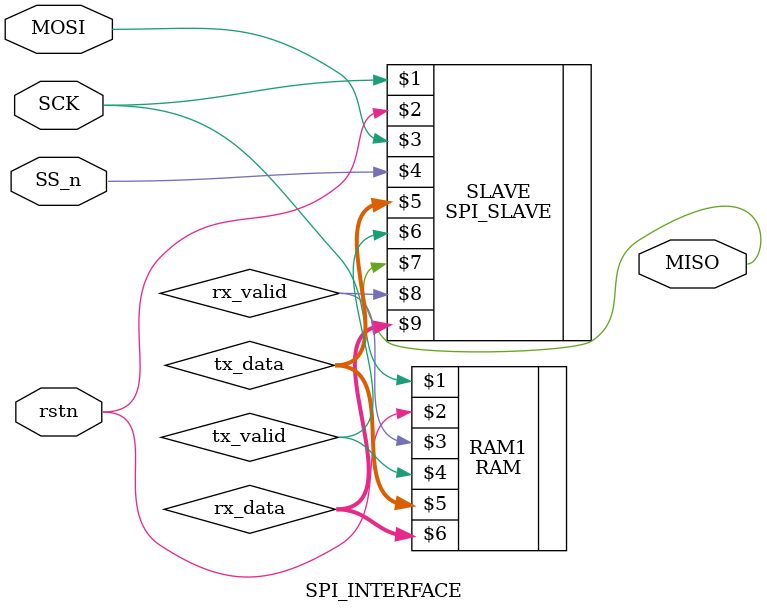
<source format=v>
module SPI_INTERFACE(MOSI,SCK,SS_n,rstn,MISO);
input  MOSI;
input  SCK;
input  SS_n;
input  rstn;
output MISO;

wire [7:0] tx_data;
wire tx_valid;
wire rx_valid;
wire [9:0] rx_data;


SPI_SLAVE #(3'b000,3'b001,3'b010,3'b011,3'b100) 
SLAVE (SCK,rstn,MOSI,SS_n,tx_data,tx_valid,MISO,rx_valid,rx_data);


RAM  #(256,8) RAM1(SCK,rstn,rx_valid,tx_valid,tx_data,rx_data);



endmodule  

//XC7A35TICPG236-1L


</source>
